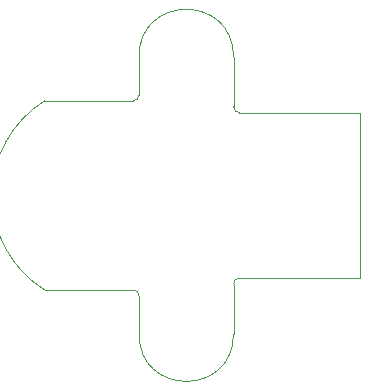
<source format=gm1>
G04 #@! TF.GenerationSoftware,KiCad,Pcbnew,7.0.10*
G04 #@! TF.CreationDate,2024-01-15T15:50:16+01:00*
G04 #@! TF.ProjectId,mico,6d69636f-2e6b-4696-9361-645f70636258,rev?*
G04 #@! TF.SameCoordinates,Original*
G04 #@! TF.FileFunction,Profile,NP*
%FSLAX46Y46*%
G04 Gerber Fmt 4.6, Leading zero omitted, Abs format (unit mm)*
G04 Created by KiCad (PCBNEW 7.0.10) date 2024-01-15 15:50:16*
%MOMM*%
%LPD*%
G01*
G04 APERTURE LIST*
G04 #@! TA.AperFunction,Profile*
%ADD10C,0.050000*%
G04 #@! TD*
G04 APERTURE END LIST*
D10*
X132000000Y-120500000D02*
X132000000Y-123750000D01*
X132000000Y-120500000D02*
G75*
G03*
X131500000Y-120000000I-500000J0D01*
G01*
X132000000Y-123750000D02*
G75*
G03*
X140000000Y-123750000I4000000J0D01*
G01*
X140000000Y-123750000D02*
X140000000Y-119500000D01*
X132000000Y-100250000D02*
X132000000Y-103500000D01*
X131500000Y-104000000D02*
G75*
G03*
X132000000Y-103500000I0J500000D01*
G01*
X140000000Y-104500000D02*
X140000000Y-100250000D01*
X140000000Y-100250000D02*
G75*
G03*
X132000000Y-100250000I-4000000J0D01*
G01*
X140500000Y-119000000D02*
G75*
G03*
X140000000Y-119500000I0J-500000D01*
G01*
X140000000Y-104500000D02*
G75*
G03*
X140500000Y-105000000I500000J0D01*
G01*
X150750000Y-119000000D02*
X150750000Y-105000000D01*
X140500000Y-119000000D02*
X150750000Y-119000000D01*
X124000000Y-104000000D02*
G75*
G03*
X124000000Y-120000000I5000000J-8000000D01*
G01*
X131500000Y-120000000D02*
X124000000Y-120000000D01*
X131500000Y-104000000D02*
X124000000Y-104000000D01*
X150750000Y-105000000D02*
X140500000Y-105000000D01*
M02*

</source>
